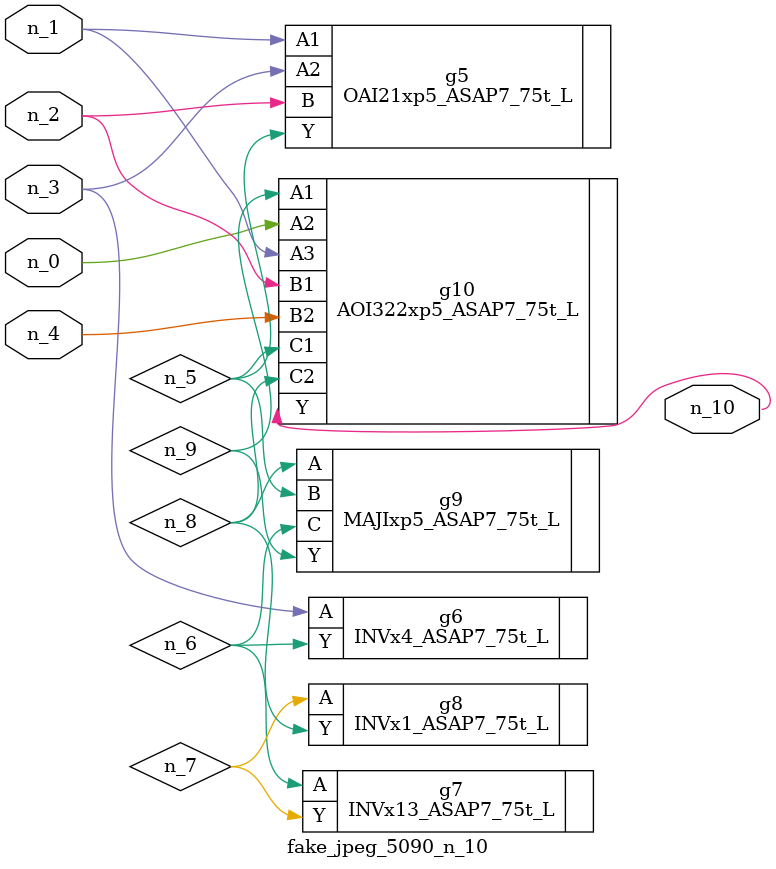
<source format=v>
module fake_jpeg_5090_n_10 (n_3, n_2, n_1, n_0, n_4, n_10);

input n_3;
input n_2;
input n_1;
input n_0;
input n_4;

output n_10;

wire n_8;
wire n_9;
wire n_6;
wire n_5;
wire n_7;

OAI21xp5_ASAP7_75t_L g5 ( 
.A1(n_1),
.A2(n_3),
.B(n_2),
.Y(n_5)
);

INVx4_ASAP7_75t_L g6 ( 
.A(n_3),
.Y(n_6)
);

INVx13_ASAP7_75t_L g7 ( 
.A(n_6),
.Y(n_7)
);

INVx1_ASAP7_75t_L g8 ( 
.A(n_7),
.Y(n_8)
);

MAJIxp5_ASAP7_75t_L g9 ( 
.A(n_8),
.B(n_5),
.C(n_6),
.Y(n_9)
);

AOI322xp5_ASAP7_75t_L g10 ( 
.A1(n_9),
.A2(n_0),
.A3(n_1),
.B1(n_2),
.B2(n_4),
.C1(n_5),
.C2(n_8),
.Y(n_10)
);


endmodule
</source>
